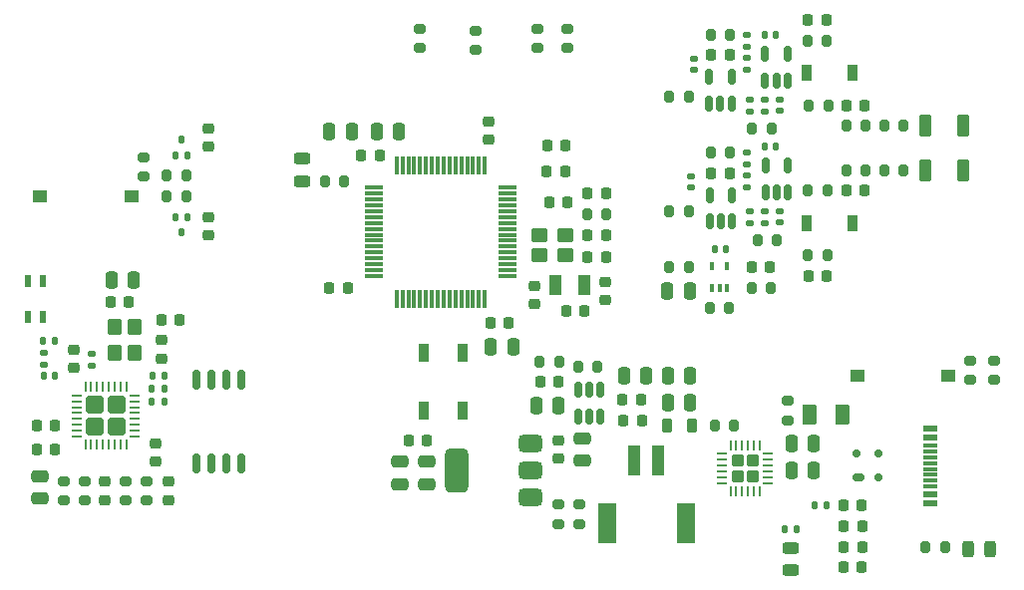
<source format=gbr>
%TF.GenerationSoftware,KiCad,Pcbnew,9.0.3*%
%TF.CreationDate,2025-10-02T12:34:45+05:30*%
%TF.ProjectId,pslab-mini,70736c61-622d-46d6-996e-692e6b696361,0.0.0*%
%TF.SameCoordinates,Original*%
%TF.FileFunction,Paste,Top*%
%TF.FilePolarity,Positive*%
%FSLAX46Y46*%
G04 Gerber Fmt 4.6, Leading zero omitted, Abs format (unit mm)*
G04 Created by KiCad (PCBNEW 9.0.3) date 2025-10-02 12:34:45*
%MOMM*%
%LPD*%
G01*
G04 APERTURE LIST*
G04 Aperture macros list*
%AMRoundRect*
0 Rectangle with rounded corners*
0 $1 Rounding radius*
0 $2 $3 $4 $5 $6 $7 $8 $9 X,Y pos of 4 corners*
0 Add a 4 corners polygon primitive as box body*
4,1,4,$2,$3,$4,$5,$6,$7,$8,$9,$2,$3,0*
0 Add four circle primitives for the rounded corners*
1,1,$1+$1,$2,$3*
1,1,$1+$1,$4,$5*
1,1,$1+$1,$6,$7*
1,1,$1+$1,$8,$9*
0 Add four rect primitives between the rounded corners*
20,1,$1+$1,$2,$3,$4,$5,0*
20,1,$1+$1,$4,$5,$6,$7,0*
20,1,$1+$1,$6,$7,$8,$9,0*
20,1,$1+$1,$8,$9,$2,$3,0*%
G04 Aperture macros list end*
%ADD10RoundRect,0.125000X0.125000X-0.175000X0.125000X0.175000X-0.125000X0.175000X-0.125000X-0.175000X0*%
%ADD11RoundRect,0.125000X-0.125000X0.175000X-0.125000X-0.175000X0.125000X-0.175000X0.125000X0.175000X0*%
%ADD12RoundRect,0.200000X-0.275000X0.200000X-0.275000X-0.200000X0.275000X-0.200000X0.275000X0.200000X0*%
%ADD13RoundRect,0.250000X0.275000X0.700000X-0.275000X0.700000X-0.275000X-0.700000X0.275000X-0.700000X0*%
%ADD14RoundRect,0.135000X-0.185000X0.135000X-0.185000X-0.135000X0.185000X-0.135000X0.185000X0.135000X0*%
%ADD15RoundRect,0.250000X-0.475000X0.250000X-0.475000X-0.250000X0.475000X-0.250000X0.475000X0.250000X0*%
%ADD16RoundRect,0.225000X-0.250000X0.225000X-0.250000X-0.225000X0.250000X-0.225000X0.250000X0.225000X0*%
%ADD17R,1.240000X0.600000*%
%ADD18R,1.240000X0.300000*%
%ADD19RoundRect,0.200000X0.200000X0.275000X-0.200000X0.275000X-0.200000X-0.275000X0.200000X-0.275000X0*%
%ADD20RoundRect,0.225000X-0.225000X-0.250000X0.225000X-0.250000X0.225000X0.250000X-0.225000X0.250000X0*%
%ADD21RoundRect,0.147500X-0.172500X0.147500X-0.172500X-0.147500X0.172500X-0.147500X0.172500X0.147500X0*%
%ADD22RoundRect,0.375000X0.625000X0.375000X-0.625000X0.375000X-0.625000X-0.375000X0.625000X-0.375000X0*%
%ADD23RoundRect,0.500000X0.500000X1.400000X-0.500000X1.400000X-0.500000X-1.400000X0.500000X-1.400000X0*%
%ADD24RoundRect,0.250000X0.250000X0.475000X-0.250000X0.475000X-0.250000X-0.475000X0.250000X-0.475000X0*%
%ADD25RoundRect,0.250000X0.475000X-0.250000X0.475000X0.250000X-0.475000X0.250000X-0.475000X-0.250000X0*%
%ADD26RoundRect,0.150000X-0.150000X0.512500X-0.150000X-0.512500X0.150000X-0.512500X0.150000X0.512500X0*%
%ADD27RoundRect,0.250000X0.375000X0.625000X-0.375000X0.625000X-0.375000X-0.625000X0.375000X-0.625000X0*%
%ADD28RoundRect,0.250000X-0.250000X-0.475000X0.250000X-0.475000X0.250000X0.475000X-0.250000X0.475000X0*%
%ADD29RoundRect,0.225000X0.225000X0.250000X-0.225000X0.250000X-0.225000X-0.250000X0.225000X-0.250000X0*%
%ADD30RoundRect,0.150000X0.150000X-0.512500X0.150000X0.512500X-0.150000X0.512500X-0.150000X-0.512500X0*%
%ADD31RoundRect,0.225000X0.250000X-0.225000X0.250000X0.225000X-0.250000X0.225000X-0.250000X-0.225000X0*%
%ADD32RoundRect,0.200000X-0.200000X-0.275000X0.200000X-0.275000X0.200000X0.275000X-0.200000X0.275000X0*%
%ADD33R,0.900000X1.400000*%
%ADD34R,1.250000X1.000000*%
%ADD35RoundRect,0.140000X-0.170000X0.140000X-0.170000X-0.140000X0.170000X-0.140000X0.170000X0.140000X0*%
%ADD36RoundRect,0.200000X0.275000X-0.200000X0.275000X0.200000X-0.275000X0.200000X-0.275000X-0.200000X0*%
%ADD37RoundRect,0.250000X-0.350000X0.450000X-0.350000X-0.450000X0.350000X-0.450000X0.350000X0.450000X0*%
%ADD38RoundRect,0.075000X0.700000X0.075000X-0.700000X0.075000X-0.700000X-0.075000X0.700000X-0.075000X0*%
%ADD39RoundRect,0.075000X0.075000X0.700000X-0.075000X0.700000X-0.075000X-0.700000X0.075000X-0.700000X0*%
%ADD40RoundRect,0.140000X-0.140000X-0.170000X0.140000X-0.170000X0.140000X0.170000X-0.140000X0.170000X0*%
%ADD41RoundRect,0.135000X-0.135000X-0.185000X0.135000X-0.185000X0.135000X0.185000X-0.135000X0.185000X0*%
%ADD42RoundRect,0.218750X-0.218750X-0.256250X0.218750X-0.256250X0.218750X0.256250X-0.218750X0.256250X0*%
%ADD43RoundRect,0.250000X-0.450000X-0.350000X0.450000X-0.350000X0.450000X0.350000X-0.450000X0.350000X0*%
%ADD44RoundRect,0.243750X0.243750X0.456250X-0.243750X0.456250X-0.243750X-0.456250X0.243750X-0.456250X0*%
%ADD45RoundRect,0.140000X0.140000X0.170000X-0.140000X0.170000X-0.140000X-0.170000X0.140000X-0.170000X0*%
%ADD46R,1.000000X1.800000*%
%ADD47RoundRect,0.175000X0.325000X-0.175000X0.325000X0.175000X-0.325000X0.175000X-0.325000X-0.175000X0*%
%ADD48RoundRect,0.150000X0.150000X-0.200000X0.150000X0.200000X-0.150000X0.200000X-0.150000X-0.200000X0*%
%ADD49R,1.000000X2.600000*%
%ADD50R,1.500000X3.400000*%
%ADD51RoundRect,0.162500X-0.162500X0.650000X-0.162500X-0.650000X0.162500X-0.650000X0.162500X0.650000X0*%
%ADD52RoundRect,0.218750X0.218750X0.256250X-0.218750X0.256250X-0.218750X-0.256250X0.218750X-0.256250X0*%
%ADD53RoundRect,0.243750X0.456250X-0.243750X0.456250X0.243750X-0.456250X0.243750X-0.456250X-0.243750X0*%
%ADD54RoundRect,0.140000X0.170000X-0.140000X0.170000X0.140000X-0.170000X0.140000X-0.170000X-0.140000X0*%
%ADD55RoundRect,0.250000X-0.495000X-0.495000X0.495000X-0.495000X0.495000X0.495000X-0.495000X0.495000X0*%
%ADD56RoundRect,0.062500X-0.337500X-0.062500X0.337500X-0.062500X0.337500X0.062500X-0.337500X0.062500X0*%
%ADD57RoundRect,0.062500X-0.062500X-0.337500X0.062500X-0.337500X0.062500X0.337500X-0.062500X0.337500X0*%
%ADD58RoundRect,0.250000X0.275000X0.275000X-0.275000X0.275000X-0.275000X-0.275000X0.275000X-0.275000X0*%
%ADD59RoundRect,0.062500X0.350000X0.062500X-0.350000X0.062500X-0.350000X-0.062500X0.350000X-0.062500X0*%
%ADD60RoundRect,0.062500X0.062500X0.350000X-0.062500X0.350000X-0.062500X-0.350000X0.062500X-0.350000X0*%
%ADD61RoundRect,0.100000X0.100000X-0.225000X0.100000X0.225000X-0.100000X0.225000X-0.100000X-0.225000X0*%
%ADD62R,0.600000X1.000000*%
%ADD63RoundRect,0.218750X0.218750X0.381250X-0.218750X0.381250X-0.218750X-0.381250X0.218750X-0.381250X0*%
%ADD64RoundRect,0.135000X0.135000X0.185000X-0.135000X0.185000X-0.135000X-0.185000X0.135000X-0.185000X0*%
%ADD65RoundRect,0.243750X-0.456250X0.243750X-0.456250X-0.243750X0.456250X-0.243750X0.456250X0.243750X0*%
%ADD66RoundRect,0.090000X0.360000X-0.660000X0.360000X0.660000X-0.360000X0.660000X-0.360000X-0.660000X0*%
G04 APERTURE END LIST*
D10*
%TO.C,Q2*%
X93000000Y-72250000D03*
X94000000Y-72250000D03*
X93500000Y-70950000D03*
%TD*%
D11*
%TO.C,Q1*%
X94000000Y-77500000D03*
X93000000Y-77500000D03*
X93500000Y-78800000D03*
%TD*%
D12*
%TO.C,R31*%
X126250000Y-61500000D03*
X126250000Y-63150000D03*
%TD*%
%TO.C,R30*%
X113750000Y-61500000D03*
X113750000Y-63150000D03*
%TD*%
D13*
%TO.C,GD1*%
X159825000Y-73500000D03*
X156675000Y-73500000D03*
%TD*%
D14*
%TO.C,R50*%
X141500000Y-73990000D03*
X141500000Y-75010000D03*
%TD*%
D15*
%TO.C,C15*%
X127500000Y-96300000D03*
X127500000Y-98200000D03*
%TD*%
D12*
%TO.C,R32*%
X123740000Y-61500000D03*
X123740000Y-63150000D03*
%TD*%
D16*
%TO.C,C48*%
X91250000Y-96750000D03*
X91250000Y-98300000D03*
%TD*%
D17*
%TO.C,J1*%
X157075000Y-101850000D03*
X157075000Y-101050000D03*
D18*
X157075000Y-99900000D03*
X157075000Y-98900000D03*
X157075000Y-98400000D03*
X157075000Y-97400000D03*
D17*
X157075000Y-96250000D03*
X157075000Y-95450000D03*
X157075000Y-95450000D03*
X157075000Y-96250000D03*
D18*
X157075000Y-96900000D03*
X157075000Y-97900000D03*
X157075000Y-99400000D03*
X157075000Y-100400000D03*
D17*
X157075000Y-101050000D03*
X157075000Y-101850000D03*
%TD*%
D19*
%TO.C,R27*%
X140075000Y-62000000D03*
X138425000Y-62000000D03*
%TD*%
D20*
%TO.C,C27*%
X126175000Y-85480000D03*
X127725000Y-85480000D03*
%TD*%
D21*
%TO.C,L6*%
X81775000Y-89050000D03*
X81775000Y-90020000D03*
%TD*%
D22*
%TO.C,U1*%
X123150000Y-101300000D03*
X123150000Y-99000000D03*
D23*
X116850000Y-99000000D03*
D22*
X123150000Y-96700000D03*
%TD*%
D24*
%TO.C,C32*%
X111950000Y-70250000D03*
X110050000Y-70250000D03*
%TD*%
D19*
%TO.C,R10*%
X148300000Y-62500000D03*
X146650000Y-62500000D03*
%TD*%
%TO.C,R29*%
X136575000Y-67250000D03*
X134925000Y-67250000D03*
%TD*%
D16*
%TO.C,C30*%
X129450000Y-83025000D03*
X129450000Y-84575000D03*
%TD*%
D12*
%TO.C,R17*%
X118500000Y-61675000D03*
X118500000Y-63325000D03*
%TD*%
D20*
%TO.C,C16*%
X127975000Y-80900000D03*
X129525000Y-80900000D03*
%TD*%
D25*
%TO.C,C8*%
X114300000Y-100200000D03*
X114300000Y-98300000D03*
%TD*%
D26*
%TO.C,U2*%
X129050000Y-92162500D03*
X128100000Y-92162500D03*
X127150000Y-92162500D03*
X127150000Y-94437500D03*
X128100000Y-94437500D03*
X129050000Y-94437500D03*
%TD*%
D27*
%TO.C,F1*%
X149650000Y-94250000D03*
X146850000Y-94250000D03*
%TD*%
D16*
%TO.C,C56*%
X95800000Y-77475000D03*
X95800000Y-79025000D03*
%TD*%
D28*
%TO.C,C3*%
X145300000Y-99000000D03*
X147200000Y-99000000D03*
%TD*%
D16*
%TO.C,C28*%
X123500000Y-83350000D03*
X123500000Y-84900000D03*
%TD*%
D29*
%TO.C,C39*%
X140025000Y-63750000D03*
X138475000Y-63750000D03*
%TD*%
D30*
%TO.C,U6*%
X143100000Y-75387500D03*
X144050000Y-75387500D03*
X145000000Y-75387500D03*
X145000000Y-73112500D03*
X143100000Y-73112500D03*
%TD*%
D28*
%TO.C,C7*%
X134800000Y-93250000D03*
X136700000Y-93250000D03*
%TD*%
D31*
%TO.C,C2*%
X125500000Y-98025000D03*
X125500000Y-96475000D03*
%TD*%
D32*
%TO.C,R9*%
X149925000Y-69750000D03*
X151575000Y-69750000D03*
%TD*%
D33*
%TO.C,C18*%
X150475000Y-78000000D03*
X146575000Y-78000000D03*
%TD*%
D13*
%TO.C,GD2*%
X159825000Y-69750000D03*
X156675000Y-69750000D03*
%TD*%
D34*
%TO.C,SW1*%
X89250000Y-75750000D03*
X81500000Y-75750000D03*
%TD*%
D21*
%TO.C,L4*%
X85900000Y-89150000D03*
X85900000Y-90120000D03*
%TD*%
D32*
%TO.C,R19*%
X142425000Y-79500000D03*
X144075000Y-79500000D03*
%TD*%
D14*
%TO.C,R51*%
X141750000Y-67490000D03*
X141750000Y-68510000D03*
%TD*%
D35*
%TO.C,C10*%
X144250000Y-77020000D03*
X144250000Y-77980000D03*
%TD*%
D19*
%TO.C,R26*%
X140075000Y-72000000D03*
X138425000Y-72000000D03*
%TD*%
D20*
%TO.C,C12*%
X123975000Y-91500000D03*
X125525000Y-91500000D03*
%TD*%
%TO.C,C35*%
X124725000Y-76250000D03*
X126275000Y-76250000D03*
%TD*%
D36*
%TO.C,R33*%
X125500000Y-103575000D03*
X125500000Y-101925000D03*
%TD*%
D37*
%TO.C,Y2*%
X87850000Y-86850000D03*
X87850000Y-89050000D03*
X89550000Y-89050000D03*
X89550000Y-86850000D03*
%TD*%
D28*
%TO.C,C34*%
X119750000Y-88500000D03*
X121650000Y-88500000D03*
%TD*%
D20*
%TO.C,C22*%
X127975000Y-79000000D03*
X129525000Y-79000000D03*
%TD*%
D19*
%TO.C,R42*%
X107312500Y-74500000D03*
X105662500Y-74500000D03*
%TD*%
D38*
%TO.C,U8*%
X121175000Y-82500000D03*
X121175000Y-82000000D03*
X121175000Y-81500000D03*
X121175000Y-81000000D03*
X121175000Y-80500000D03*
X121175000Y-80000000D03*
X121175000Y-79500000D03*
X121175000Y-79000000D03*
X121175000Y-78500000D03*
X121175000Y-78000000D03*
X121175000Y-77500000D03*
X121175000Y-77000000D03*
X121175000Y-76500000D03*
X121175000Y-76000000D03*
X121175000Y-75500000D03*
X121175000Y-75000000D03*
D39*
X119250000Y-73075000D03*
X118750000Y-73075000D03*
X118250000Y-73075000D03*
X117750000Y-73075000D03*
X117250000Y-73075000D03*
X116750000Y-73075000D03*
X116250000Y-73075000D03*
X115750000Y-73075000D03*
X115250000Y-73075000D03*
X114750000Y-73075000D03*
X114250000Y-73075000D03*
X113750000Y-73075000D03*
X113250000Y-73075000D03*
X112750000Y-73075000D03*
X112250000Y-73075000D03*
X111750000Y-73075000D03*
D38*
X109825000Y-75000000D03*
X109825000Y-75500000D03*
X109825000Y-76000000D03*
X109825000Y-76500000D03*
X109825000Y-77000000D03*
X109825000Y-77500000D03*
X109825000Y-78000000D03*
X109825000Y-78500000D03*
X109825000Y-79000000D03*
X109825000Y-79500000D03*
X109825000Y-80000000D03*
X109825000Y-80500000D03*
X109825000Y-81000000D03*
X109825000Y-81500000D03*
X109825000Y-82000000D03*
X109825000Y-82500000D03*
D39*
X111750000Y-84425000D03*
X112250000Y-84425000D03*
X112750000Y-84425000D03*
X113250000Y-84425000D03*
X113750000Y-84425000D03*
X114250000Y-84425000D03*
X114750000Y-84425000D03*
X115250000Y-84425000D03*
X115750000Y-84425000D03*
X116250000Y-84425000D03*
X116750000Y-84425000D03*
X117250000Y-84425000D03*
X117750000Y-84425000D03*
X118250000Y-84425000D03*
X118750000Y-84425000D03*
X119250000Y-84425000D03*
%TD*%
D12*
%TO.C,R36*%
X88750000Y-99925000D03*
X88750000Y-101575000D03*
%TD*%
D30*
%TO.C,U9*%
X138300000Y-67887500D03*
X139250000Y-67887500D03*
X140200000Y-67887500D03*
X140200000Y-65612500D03*
X138300000Y-65612500D03*
%TD*%
D40*
%TO.C,C57*%
X143020000Y-62000000D03*
X143980000Y-62000000D03*
%TD*%
D28*
%TO.C,C6*%
X134800000Y-91000000D03*
X136700000Y-91000000D03*
%TD*%
D32*
%TO.C,R7*%
X153175000Y-69750000D03*
X154825000Y-69750000D03*
%TD*%
D29*
%TO.C,C45*%
X82775000Y-95250000D03*
X81225000Y-95250000D03*
%TD*%
D32*
%TO.C,R13*%
X146750000Y-68000000D03*
X148400000Y-68000000D03*
%TD*%
D24*
%TO.C,C14*%
X132950000Y-91000000D03*
X131050000Y-91000000D03*
%TD*%
D20*
%TO.C,C31*%
X119725000Y-86500000D03*
X121275000Y-86500000D03*
%TD*%
D29*
%TO.C,C49*%
X82750000Y-97250000D03*
X81200000Y-97250000D03*
%TD*%
D24*
%TO.C,C33*%
X107950000Y-70250000D03*
X106050000Y-70250000D03*
%TD*%
D41*
%TO.C,R41*%
X144740000Y-104000000D03*
X145760000Y-104000000D03*
%TD*%
%TO.C,R44*%
X147230000Y-102000000D03*
X148250000Y-102000000D03*
%TD*%
D42*
%TO.C,D6*%
X149702500Y-103750000D03*
X151277500Y-103750000D03*
%TD*%
D31*
%TO.C,C55*%
X92350000Y-101525000D03*
X92350000Y-99975000D03*
%TD*%
D14*
%TO.C,R52*%
X141500000Y-63990000D03*
X141500000Y-65010000D03*
%TD*%
D41*
%TO.C,R39*%
X90990000Y-92100000D03*
X92010000Y-92100000D03*
%TD*%
D32*
%TO.C,R21*%
X141925000Y-70000000D03*
X143575000Y-70000000D03*
%TD*%
D42*
%TO.C,D8*%
X149665000Y-107250000D03*
X151240000Y-107250000D03*
%TD*%
D43*
%TO.C,Y1*%
X123900000Y-80750000D03*
X126100000Y-80750000D03*
X126100000Y-79050000D03*
X123900000Y-79050000D03*
%TD*%
D20*
%TO.C,C24*%
X146725000Y-82500000D03*
X148275000Y-82500000D03*
%TD*%
%TO.C,C21*%
X146700000Y-60750000D03*
X148250000Y-60750000D03*
%TD*%
D29*
%TO.C,C38*%
X140025000Y-73750000D03*
X138475000Y-73750000D03*
%TD*%
D36*
%TO.C,R34*%
X127250000Y-103575000D03*
X127250000Y-101925000D03*
%TD*%
D44*
%TO.C,D4*%
X162187500Y-105750000D03*
X160312500Y-105750000D03*
%TD*%
D30*
%TO.C,U10*%
X138350000Y-77887500D03*
X139300000Y-77887500D03*
X140250000Y-77887500D03*
X140250000Y-75612500D03*
X138350000Y-75612500D03*
%TD*%
D16*
%TO.C,C44*%
X91815000Y-87965000D03*
X91815000Y-89515000D03*
%TD*%
D45*
%TO.C,C52*%
X82730000Y-91015000D03*
X81770000Y-91015000D03*
%TD*%
D46*
%TO.C,X1*%
X127700000Y-83300000D03*
X125200000Y-83300000D03*
%TD*%
D32*
%TO.C,R4*%
X127175000Y-90250000D03*
X128825000Y-90250000D03*
%TD*%
D47*
%TO.C,U4*%
X151000000Y-99600000D03*
D48*
X152700000Y-99600000D03*
X152700000Y-97600000D03*
X150800000Y-97600000D03*
%TD*%
D32*
%TO.C,R3*%
X123925000Y-89750000D03*
X125575000Y-89750000D03*
%TD*%
%TO.C,R23*%
X141905000Y-83500000D03*
X143555000Y-83500000D03*
%TD*%
D49*
%TO.C,J2*%
X133950000Y-98200000D03*
X131950000Y-98200000D03*
D50*
X136300000Y-103500000D03*
X129600000Y-103500000D03*
%TD*%
D29*
%TO.C,C46*%
X93325000Y-86250000D03*
X91775000Y-86250000D03*
%TD*%
D32*
%TO.C,R15*%
X134905000Y-81750000D03*
X136555000Y-81750000D03*
%TD*%
D51*
%TO.C,U12*%
X98555000Y-91282500D03*
X97285000Y-91282500D03*
X96015000Y-91282500D03*
X94745000Y-91282500D03*
X94745000Y-98457500D03*
X96015000Y-98457500D03*
X97285000Y-98457500D03*
X98555000Y-98457500D03*
%TD*%
D24*
%TO.C,C26*%
X136630000Y-83750000D03*
X134730000Y-83750000D03*
%TD*%
D41*
%TO.C,R40*%
X91000000Y-91000000D03*
X92020000Y-91000000D03*
%TD*%
D15*
%TO.C,C11*%
X112050000Y-98300000D03*
X112050000Y-100200000D03*
%TD*%
D12*
%TO.C,R2*%
X160500000Y-89675000D03*
X160500000Y-91325000D03*
%TD*%
D52*
%TO.C,D7*%
X151277500Y-105500000D03*
X149702500Y-105500000D03*
%TD*%
D16*
%TO.C,C54*%
X95800000Y-69950000D03*
X95800000Y-71500000D03*
%TD*%
D29*
%TO.C,C19*%
X107600000Y-83500000D03*
X106050000Y-83500000D03*
%TD*%
D35*
%TO.C,C58*%
X144250000Y-67510000D03*
X144250000Y-68470000D03*
%TD*%
D30*
%TO.C,U5*%
X143050000Y-65887500D03*
X144000000Y-65887500D03*
X144950000Y-65887500D03*
X144950000Y-63612500D03*
X143050000Y-63612500D03*
%TD*%
D36*
%TO.C,R46*%
X90250000Y-74075000D03*
X90250000Y-72425000D03*
%TD*%
D53*
%TO.C,D2*%
X145250000Y-107500000D03*
X145250000Y-105625000D03*
%TD*%
D29*
%TO.C,C25*%
X110300000Y-72250000D03*
X108750000Y-72250000D03*
%TD*%
D14*
%TO.C,R25*%
X141500000Y-61990000D03*
X141500000Y-63010000D03*
%TD*%
D15*
%TO.C,C50*%
X81500000Y-99500000D03*
X81500000Y-101400000D03*
%TD*%
D14*
%TO.C,R49*%
X141750000Y-76990000D03*
X141750000Y-78010000D03*
%TD*%
D19*
%TO.C,R28*%
X136575000Y-77000000D03*
X134925000Y-77000000D03*
%TD*%
D12*
%TO.C,R5*%
X162500000Y-89675000D03*
X162500000Y-91325000D03*
%TD*%
D20*
%TO.C,C36*%
X127975000Y-75500000D03*
X129525000Y-75500000D03*
%TD*%
D54*
%TO.C,C59*%
X137000000Y-64980000D03*
X137000000Y-64020000D03*
%TD*%
D52*
%TO.C,D5*%
X151240000Y-102000000D03*
X149665000Y-102000000D03*
%TD*%
D32*
%TO.C,R18*%
X127925000Y-77250000D03*
X129575000Y-77250000D03*
%TD*%
D45*
%TO.C,C53*%
X82710000Y-88025000D03*
X81750000Y-88025000D03*
%TD*%
D32*
%TO.C,R43*%
X156675000Y-105500000D03*
X158325000Y-105500000D03*
%TD*%
D55*
%TO.C,U11*%
X86150000Y-93470000D03*
X86150000Y-95320000D03*
X88000000Y-93470000D03*
X88000000Y-95320000D03*
D56*
X84625000Y-92645000D03*
X84625000Y-93145000D03*
X84625000Y-93645000D03*
X84625000Y-94145000D03*
X84625000Y-94645000D03*
X84625000Y-95145000D03*
X84625000Y-95645000D03*
X84625000Y-96145000D03*
D57*
X85325000Y-96845000D03*
X85825000Y-96845000D03*
X86325000Y-96845000D03*
X86825000Y-96845000D03*
X87325000Y-96845000D03*
X87825000Y-96845000D03*
X88325000Y-96845000D03*
X88825000Y-96845000D03*
D56*
X89525000Y-96145000D03*
X89525000Y-95645000D03*
X89525000Y-95145000D03*
X89525000Y-94645000D03*
X89525000Y-94145000D03*
X89525000Y-93645000D03*
X89525000Y-93145000D03*
X89525000Y-92645000D03*
D57*
X88825000Y-91945000D03*
X88325000Y-91945000D03*
X87825000Y-91945000D03*
X87325000Y-91945000D03*
X86825000Y-91945000D03*
X86325000Y-91945000D03*
X85825000Y-91945000D03*
X85325000Y-91945000D03*
%TD*%
D12*
%TO.C,R1*%
X145000000Y-93100000D03*
X145000000Y-94750000D03*
%TD*%
D28*
%TO.C,C1*%
X145300000Y-96750000D03*
X147200000Y-96750000D03*
%TD*%
D29*
%TO.C,C37*%
X143480000Y-81750000D03*
X141930000Y-81750000D03*
%TD*%
%TO.C,C9*%
X132500000Y-93000000D03*
X130950000Y-93000000D03*
%TD*%
D32*
%TO.C,R11*%
X149925000Y-73500000D03*
X151575000Y-73500000D03*
%TD*%
D34*
%TO.C,SW4*%
X158625000Y-91000000D03*
X150875000Y-91000000D03*
%TD*%
D28*
%TO.C,C43*%
X87530000Y-82810000D03*
X89430000Y-82810000D03*
%TD*%
D58*
%TO.C,U3*%
X142000000Y-99500000D03*
X142000000Y-98200000D03*
X140700000Y-99500000D03*
X140700000Y-98200000D03*
D59*
X143287500Y-100100000D03*
X143287500Y-99600000D03*
X143287500Y-99100000D03*
X143287500Y-98600000D03*
X143287500Y-98100000D03*
X143287500Y-97600000D03*
D60*
X142600000Y-96912500D03*
X142100000Y-96912500D03*
X141600000Y-96912500D03*
X141100000Y-96912500D03*
X140600000Y-96912500D03*
X140100000Y-96912500D03*
D59*
X139412500Y-97600000D03*
X139412500Y-98100000D03*
X139412500Y-98600000D03*
X139412500Y-99100000D03*
X139412500Y-99600000D03*
X139412500Y-100100000D03*
D60*
X140100000Y-100787500D03*
X140600000Y-100787500D03*
X141100000Y-100787500D03*
X141600000Y-100787500D03*
X142100000Y-100787500D03*
X142600000Y-100787500D03*
%TD*%
D61*
%TO.C,U7*%
X138530000Y-83550000D03*
X139180000Y-83550000D03*
X139830000Y-83550000D03*
X139830000Y-81650000D03*
X138530000Y-81650000D03*
%TD*%
D32*
%TO.C,R14*%
X138330000Y-85250000D03*
X139980000Y-85250000D03*
%TD*%
D24*
%TO.C,C4*%
X125500000Y-93500000D03*
X123600000Y-93500000D03*
%TD*%
D12*
%TO.C,R35*%
X90500000Y-99925000D03*
X90500000Y-101575000D03*
%TD*%
%TO.C,R37*%
X83500000Y-99925000D03*
X83500000Y-101575000D03*
%TD*%
D62*
%TO.C,ANT1*%
X81750000Y-85950000D03*
X81750000Y-82950000D03*
X80450000Y-82950000D03*
X80450000Y-85950000D03*
%TD*%
D63*
%TO.C,L1*%
X136812500Y-95250000D03*
X134687500Y-95250000D03*
%TD*%
D31*
%TO.C,C29*%
X119570000Y-70925000D03*
X119570000Y-69375000D03*
%TD*%
D42*
%TO.C,L3*%
X131000000Y-94750000D03*
X132575000Y-94750000D03*
%TD*%
D40*
%TO.C,C5*%
X143020000Y-71500000D03*
X143980000Y-71500000D03*
%TD*%
D31*
%TO.C,C42*%
X84350000Y-90325000D03*
X84350000Y-88775000D03*
%TD*%
D42*
%TO.C,L2*%
X112762500Y-96450000D03*
X114337500Y-96450000D03*
%TD*%
D32*
%TO.C,R16*%
X146675000Y-75250000D03*
X148325000Y-75250000D03*
%TD*%
D14*
%TO.C,R20*%
X143000000Y-76990000D03*
X143000000Y-78010000D03*
%TD*%
D64*
%TO.C,R38*%
X92010000Y-93200000D03*
X90990000Y-93200000D03*
%TD*%
D14*
%TO.C,R22*%
X143000000Y-67500000D03*
X143000000Y-68520000D03*
%TD*%
D32*
%TO.C,R8*%
X153175000Y-73500000D03*
X154825000Y-73500000D03*
%TD*%
D19*
%TO.C,R12*%
X148325000Y-80750000D03*
X146675000Y-80750000D03*
%TD*%
D12*
%TO.C,R45*%
X85250000Y-99925000D03*
X85250000Y-101575000D03*
%TD*%
D52*
%TO.C,L5*%
X89035000Y-84740000D03*
X87460000Y-84740000D03*
%TD*%
D54*
%TO.C,C13*%
X136750000Y-74980000D03*
X136750000Y-74020000D03*
%TD*%
D32*
%TO.C,R48*%
X92225000Y-74000000D03*
X93875000Y-74000000D03*
%TD*%
D14*
%TO.C,R24*%
X141500000Y-71980000D03*
X141500000Y-73000000D03*
%TD*%
D32*
%TO.C,R6*%
X138750000Y-95250000D03*
X140400000Y-95250000D03*
%TD*%
D33*
%TO.C,C17*%
X150450000Y-65250000D03*
X146550000Y-65250000D03*
%TD*%
D32*
%TO.C,R47*%
X92225000Y-75750000D03*
X93875000Y-75750000D03*
%TD*%
D29*
%TO.C,C40*%
X126055000Y-73620000D03*
X124505000Y-73620000D03*
%TD*%
D65*
%TO.C,D3*%
X103700000Y-72562500D03*
X103700000Y-74437500D03*
%TD*%
D16*
%TO.C,C47*%
X87000000Y-99975000D03*
X87000000Y-101525000D03*
%TD*%
D40*
%TO.C,C51*%
X138770000Y-80250000D03*
X139730000Y-80250000D03*
%TD*%
D66*
%TO.C,D1*%
X114100000Y-93900000D03*
X117400000Y-93900000D03*
X117400000Y-89000000D03*
X114100000Y-89000000D03*
%TD*%
D29*
%TO.C,C20*%
X151525000Y-68000000D03*
X149975000Y-68000000D03*
%TD*%
%TO.C,C41*%
X126120000Y-71380000D03*
X124570000Y-71380000D03*
%TD*%
%TO.C,C23*%
X151500000Y-75250000D03*
X149950000Y-75250000D03*
%TD*%
M02*

</source>
